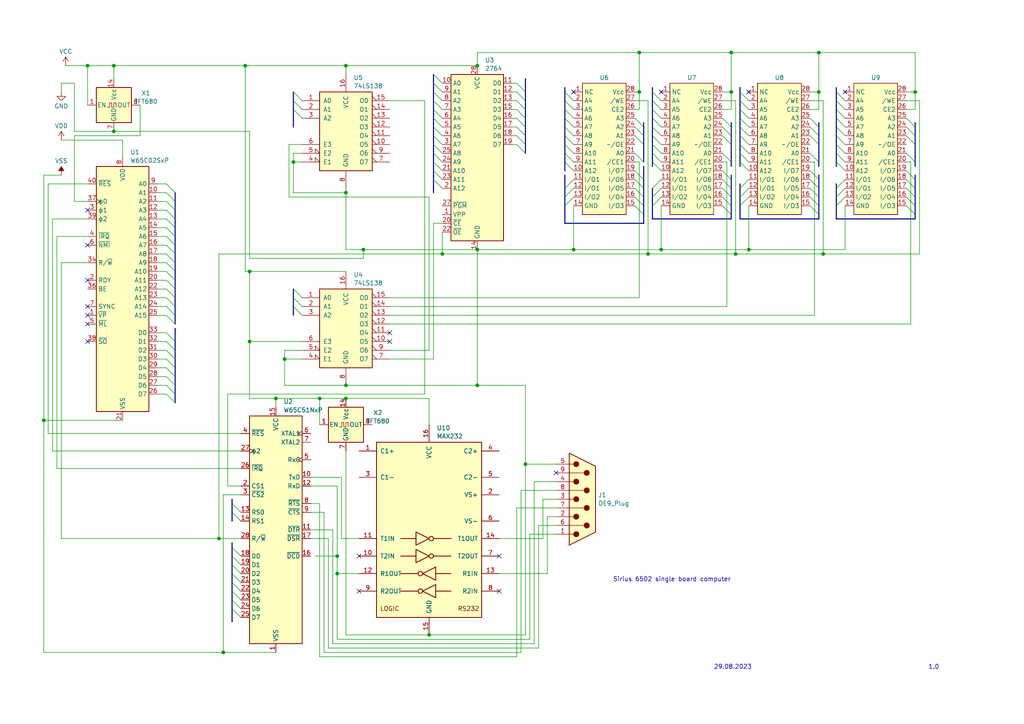
<source format=kicad_sch>
(kicad_sch (version 20230121) (generator eeschema)
  (paper "A4")
  (lib_symbols
    (symbol "74xx:74LS138" (pin_names (offset 1.016))
      (property "Reference" "U" (at -7.62 11.43 0))
      (property "Value" "74LS138" (at -7.62 -13.97 0))
      (symbol "74LS138_1_0"
        (pin input line (at -12.7 7.62 0) (length 5.08) (name "A0") (number "1"))
        (pin output output_low (at 12.7 -5.08 180) (length 5.08) (name "O5") (number "10"))
        (pin output output_low (at 12.7 -2.54 180) (length 5.08) (name "O4") (number "11"))
        (pin output output_low (at 12.7 0 180) (length 5.08) (name "O3") (number "12"))
        (pin output output_low (at 12.7 2.54 180) (length 5.08) (name "O2") (number "13"))
        (pin output output_low (at 12.7 5.08 180) (length 5.08) (name "O1") (number "14"))
        (pin output output_low (at 12.7 7.62 180) (length 5.08) (name "O0") (number "15"))
        (pin power_in line (at 0 15.24 270) (length 5.08) (name "VCC") (number "16"))
        (pin input line (at -12.7 5.08 0) (length 5.08) (name "A1") (number "2"))
        (pin input line (at -12.7 2.54 0) (length 5.08) (name "A2") (number "3"))
        (pin input input_low (at -12.7 -10.16 0) (length 5.08) (name "E1") (number "4"))
        (pin input input_low (at -12.7 -7.62 0) (length 5.08) (name "E2") (number "5"))
        (pin input line (at -12.7 -5.08 0) (length 5.08) (name "E3") (number "6"))
        (pin output output_low (at 12.7 -10.16 180) (length 5.08) (name "O7") (number "7"))
        (pin power_in line (at 0 -17.78 90) (length 5.08) (name "GND") (number "8"))
        (pin output output_low (at 12.7 -7.62 180) (length 5.08) (name "O6") (number "9"))
      )
    )
    (symbol "Connector:DE9_Plug" (pin_names (offset 1.016) hide)
      (property "Reference" "J1" (at 4.572 1.2121 0))
      (property "Value" "DE9_Plug" (at 4.572 -1.2121 0))
      (symbol "DE9_Plug_1_1"
        (pin passive line (at -7.62 -10.16 0) (length 3.81) (name "1") (number "1"))
        (pin passive line (at -7.62 -5.08 0) (length 3.81) (name "2") (number "2"))
        (pin passive line (at -7.62 0 0) (length 3.81) (name "3") (number "3"))
        (pin passive line (at -7.62 5.08 0) (length 3.81) (name "4") (number "4"))
        (pin passive line (at -7.62 10.16 0) (length 3.81) (name "5") (number "5"))
        (pin passive line (at -7.62 -7.62 0) (length 3.81) (name "6") (number "6"))
        (pin passive line (at -7.62 -2.54 0) (length 3.81) (name "7") (number "7"))
        (pin passive line (at -7.62 2.54 0) (length 3.81) (name "8") (number "8"))
        (pin passive line (at -7.62 7.62 0) (length 3.81) (name "9") (number "9"))
      )
    )
    (symbol "Interface_UART:MAX232" (pin_names (offset 1.016))
      (property "Reference" "U10" (at 2.1941 29.5443 0))
      (property "Value" "MAX232" (at 2.1941 27.1201 0))
      (symbol "MAX232_0_0"
        (text "LOGIC" (at -11.43 -22.86 0) (effects (font (size 1.27 1.27))))
        (text "RS232" (at 11.43 -22.86 0) (effects (font (size 1.27 1.27))))
      )
      (symbol "MAX232_1_1"
        (pin passive line (at -20.32 22.86 0) (length 5.08) (name "C1+") (number "1"))
        (pin input line (at -20.32 -7.62 0) (length 5.08) (name "T2IN") (number "10"))
        (pin input line (at -20.32 -2.54 0) (length 5.08) (name "T1IN") (number "11"))
        (pin output line (at -20.32 -12.7 0) (length 5.08) (name "R1OUT") (number "12"))
        (pin input line (at 20.32 -12.7 180) (length 5.08) (name "R1IN") (number "13"))
        (pin output line (at 20.32 -2.54 180) (length 5.08) (name "T1OUT") (number "14"))
        (pin power_in line (at 0 -30.48 90) (length 5.08) (name "GND") (number "15"))
        (pin power_in line (at 0 30.48 270) (length 5.08) (name "VCC") (number "16"))
        (pin power_out line (at 20.32 10.16 180) (length 5.08) (name "VS+") (number "2"))
        (pin passive line (at -20.32 15.24 0) (length 5.08) (name "C1-") (number "3"))
        (pin passive line (at 20.32 22.86 180) (length 5.08) (name "C2+") (number "4"))
        (pin passive line (at 20.32 15.24 180) (length 5.08) (name "C2-") (number "5"))
        (pin power_out line (at 20.32 2.54 180) (length 5.08) (name "VS-") (number "6"))
        (pin output line (at 20.32 -7.62 180) (length 5.08) (name "T2OUT") (number "7"))
        (pin input line (at 20.32 -17.78 180) (length 5.08) (name "R2IN") (number "8"))
        (pin output line (at -20.32 -17.78 0) (length 5.08) (name "R2OUT") (number "9"))
      )
    )
    (symbol "Memory_EPROM:2764"
      (property "Reference" "U" (at -7.62 24.13 0))
      (property "Value" "2764" (at 2.54 -26.67 0))
      (symbol "2764_1_1"
        (pin input line (at -10.16 -17.78 0) (length 2.54) (name "VPP") (number "1"))
        (pin input line (at -10.16 20.32 0) (length 2.54) (name "A0") (number "10"))
        (pin tri_state line (at 10.16 20.32 180) (length 2.54) (name "D0") (number "11"))
        (pin tri_state line (at 10.16 17.78 180) (length 2.54) (name "D1") (number "12"))
        (pin tri_state line (at 10.16 15.24 180) (length 2.54) (name "D2") (number "13"))
        (pin power_in line (at 0 -27.94 90) (length 2.54) (name "GND") (number "14"))
        (pin tri_state line (at 10.16 12.7 180) (length 2.54) (name "D3") (number "15"))
        (pin tri_state line (at 10.16 10.16 180) (length 2.54) (name "D4") (number "16"))
        (pin tri_state line (at 10.16 7.62 180) (length 2.54) (name "D5") (number "17"))
        (pin tri_state line (at 10.16 5.08 180) (length 2.54) (name "D6") (number "18"))
        (pin tri_state line (at 10.16 2.54 180) (length 2.54) (name "D7") (number "19"))
        (pin input line (at -10.16 -10.16 0) (length 2.54) (name "A12") (number "2"))
        (pin input line (at -10.16 -20.32 0) (length 2.54) (name "~{CE}") (number "20"))
        (pin input line (at -10.16 -5.08 0) (length 2.54) (name "A10") (number "21"))
        (pin input line (at -10.16 -22.86 0) (length 2.54) (name "~{OE}") (number "22"))
        (pin input line (at -10.16 -7.62 0) (length 2.54) (name "A11") (number "23"))
        (pin input line (at -10.16 -2.54 0) (length 2.54) (name "A9") (number "24"))
        (pin input line (at -10.16 0 0) (length 2.54) (name "A8") (number "25"))
        (pin no_connect line (at 7.62 0 180) (length 2.54) hide (name "NC") (number "26"))
        (pin input line (at -10.16 -15.24 0) (length 2.54) (name "~{PGM}") (number "27"))
        (pin power_in line (at 0 25.4 270) (length 2.54) (name "VCC") (number "28"))
        (pin input line (at -10.16 2.54 0) (length 2.54) (name "A7") (number "3"))
        (pin input line (at -10.16 5.08 0) (length 2.54) (name "A6") (number "4"))
        (pin input line (at -10.16 7.62 0) (length 2.54) (name "A5") (number "5"))
        (pin input line (at -10.16 10.16 0) (length 2.54) (name "A4") (number "6"))
        (pin input line (at -10.16 12.7 0) (length 2.54) (name "A3") (number "7"))
        (pin input line (at -10.16 15.24 0) (length 2.54) (name "A2") (number "8"))
        (pin input line (at -10.16 17.78 0) (length 2.54) (name "A1") (number "9"))
      )
    )
    (symbol "Oscillator:TFT680" (pin_names (offset 0.254))
      (property "Reference" "X" (at -5.08 6.35 0))
      (property "Value" "TFT680" (at 1.27 -6.35 0))
      (symbol "TFT680_1_1"
        (pin input line (at -7.62 0 0) (length 2.54) (name "EN") (number "1"))
        (pin power_in line (at 0 7.62 270) (length 2.54) (name "Vcc") (number "14"))
        (pin power_in line (at 0 -7.62 90) (length 2.54) (name "GND") (number "7"))
        (pin output line (at 7.62 0 180) (length 2.54) (name "OUT") (number "8"))
      )
    )
    (symbol "PCM_65xx-library:W65C02SxP"
      (property "Reference" "U" (at 2.54 40.64 0))
      (property "Value" "W65C02SxP" (at 2.54 38.1 0))
      (symbol "W65C02SxP_1_1"
        (pin output line (at -10.16 -7.62 0) (length 2.54) (name "~{VP}") (number "1"))
        (pin tri_state line (at 10.16 27.94 180) (length 2.54) (name "A1") (number "10"))
        (pin tri_state line (at 10.16 25.4 180) (length 2.54) (name "A2") (number "11"))
        (pin tri_state line (at 10.16 22.86 180) (length 2.54) (name "A3") (number "12"))
        (pin tri_state line (at 10.16 20.32 180) (length 2.54) (name "A4") (number "13"))
        (pin tri_state line (at 10.16 17.78 180) (length 2.54) (name "A5") (number "14"))
        (pin tri_state line (at 10.16 15.24 180) (length 2.54) (name "A6") (number "15"))
        (pin tri_state line (at 10.16 12.7 180) (length 2.54) (name "A7") (number "16"))
        (pin tri_state line (at 10.16 10.16 180) (length 2.54) (name "A8") (number "17"))
        (pin tri_state line (at 10.16 7.62 180) (length 2.54) (name "A9") (number "18"))
        (pin tri_state line (at 10.16 5.08 180) (length 2.54) (name "A10") (number "19"))
        (pin open_collector line (at -10.16 2.54 0) (length 2.54) (name "RDY") (number "2"))
        (pin tri_state line (at 10.16 2.54 180) (length 2.54) (name "A11") (number "20"))
        (pin power_in line (at 0 -38.1 90) (length 2.54) (name "VSS") (number "21"))
        (pin tri_state line (at 10.16 0 180) (length 2.54) (name "A12") (number "22"))
        (pin tri_state line (at 10.16 -2.54 180) (length 2.54) (name "A13") (number "23"))
        (pin tri_state line (at 10.16 -5.08 180) (length 2.54) (name "A14") (number "24"))
        (pin tri_state line (at 10.16 -7.62 180) (length 2.54) (name "A15") (number "25"))
        (pin bidirectional line (at 10.16 -30.48 180) (length 2.54) (name "D7") (number "26"))
        (pin bidirectional line (at 10.16 -27.94 180) (length 2.54) (name "D6") (number "27"))
        (pin bidirectional line (at 10.16 -25.4 180) (length 2.54) (name "D5") (number "28"))
        (pin bidirectional line (at 10.16 -22.86 180) (length 2.54) (name "D4") (number "29"))
        (pin output line (at -10.16 22.86 0) (length 2.54) (name "ϕ1") (number "3"))
        (pin bidirectional line (at 10.16 -20.32 180) (length 2.54) (name "D3") (number "30"))
        (pin bidirectional line (at 10.16 -17.78 180) (length 2.54) (name "D2") (number "31"))
        (pin bidirectional line (at 10.16 -15.24 180) (length 2.54) (name "D1") (number "32"))
        (pin bidirectional line (at 10.16 -12.7 180) (length 2.54) (name "D0") (number "33"))
        (pin tri_state line (at -10.16 7.62 0) (length 2.54) (name "R/~{W}") (number "34"))
        (pin no_connect non_logic (at -7.62 -30.48 0) (length 2.54) hide (name "nc") (number "35"))
        (pin input line (at -10.16 0 0) (length 2.54) (name "BE") (number "36"))
        (pin input clock (at -10.16 25.4 0) (length 2.54) (name "ϕ0") (number "37"))
        (pin input line (at -10.16 -15.24 0) (length 2.54) (name "~{SO}") (number "38"))
        (pin output line (at -10.16 20.32 0) (length 2.54) (name "ϕ2") (number "39"))
        (pin input line (at -10.16 15.24 0) (length 2.54) (name "~{IRQ}") (number "4"))
        (pin input line (at -10.16 30.48 0) (length 2.54) (name "~{RES}") (number "40"))
        (pin output line (at -10.16 -10.16 0) (length 2.54) (name "~{ML}") (number "5"))
        (pin input line (at -10.16 12.7 0) (length 2.54) (name "~{NMI}") (number "6"))
        (pin output line (at -10.16 -5.08 0) (length 2.54) (name "SYNC") (number "7"))
        (pin power_in line (at 0 38.1 270) (length 2.54) (name "VDD") (number "8"))
        (pin tri_state line (at 10.16 30.48 180) (length 2.54) (name "A0") (number "9"))
      )
    )
    (symbol "PCM_65xx-library:W65C51NxP"
      (property "Reference" "U" (at 2.54 38.1 0))
      (property "Value" "W65C51NxP" (at 2.54 35.56 0))
      (symbol "W65C51NxP_1_1"
        (pin power_in line (at 0 -35.56 90) (length 2.54) (name "VSS") (number "1"))
        (pin output line (at 10.16 15.24 180) (length 2.54) (name "TxD") (number "10"))
        (pin output line (at 10.16 0 180) (length 2.54) (name "~{DTR}") (number "11"))
        (pin input line (at 10.16 12.7 180) (length 2.54) (name "RxD") (number "12"))
        (pin input line (at -10.16 5.08 0) (length 2.54) (name "RS0") (number "13"))
        (pin input line (at -10.16 2.54 0) (length 2.54) (name "RS1") (number "14"))
        (pin power_in line (at 0 35.56 270) (length 2.54) (name "VCC") (number "15"))
        (pin input line (at 10.16 -7.62 180) (length 2.54) (name "~{DCD}") (number "16"))
        (pin input line (at 10.16 -2.54 180) (length 2.54) (name "~{DSR}") (number "17"))
        (pin bidirectional line (at -10.16 -7.62 0) (length 2.54) (name "D0") (number "18"))
        (pin bidirectional line (at -10.16 -10.16 0) (length 2.54) (name "D1") (number "19"))
        (pin input line (at -10.16 12.7 0) (length 2.54) (name "CS1") (number "2"))
        (pin bidirectional line (at -10.16 -12.7 0) (length 2.54) (name "D2") (number "20"))
        (pin bidirectional line (at -10.16 -15.24 0) (length 2.54) (name "D3") (number "21"))
        (pin bidirectional line (at -10.16 -17.78 0) (length 2.54) (name "D4") (number "22"))
        (pin bidirectional line (at -10.16 -20.32 0) (length 2.54) (name "D5") (number "23"))
        (pin bidirectional line (at -10.16 -22.86 0) (length 2.54) (name "D6") (number "24"))
        (pin bidirectional line (at -10.16 -25.4 0) (length 2.54) (name "D7") (number "25"))
        (pin open_collector line (at -10.16 17.78 0) (length 2.54) (name "~{IRQ}") (number "26"))
        (pin input clock (at -10.16 22.86 0) (length 2.54) (name "ϕ2") (number "27"))
        (pin input line (at -10.16 -2.54 0) (length 2.54) (name "R/~{W}") (number "28"))
        (pin input line (at -10.16 10.16 0) (length 2.54) (name "~{CS2}") (number "3"))
        (pin input line (at -10.16 27.94 0) (length 2.54) (name "~{RES}") (number "4"))
        (pin bidirectional clock (at 10.16 20.32 180) (length 2.54) (name "RxC") (number "5"))
        (pin input clock (at 10.16 27.94 180) (length 2.54) (name "XTAL1") (number "6"))
        (pin output line (at 10.16 25.4 180) (length 2.54) (name "XTAL2") (number "7"))
        (pin output line (at 10.16 7.62 180) (length 2.54) (name "~{RTS}") (number "8"))
        (pin input line (at 10.16 5.08 180) (length 2.54) (name "~{CTS}") (number "9"))
      )
    )
    (symbol "custom_parts:CY6264"
      (property "Reference" "U" (at 2.54 7.62 0))
      (symbol "CY6264_1_1"
        (pin no_connect line (at -5.08 2.54 0) (length 2.54) (name "NC") (number "1"))
        (pin input line (at -5.08 -20.32 0) (length 2.54) (name "A12") (number "10"))
        (pin bidirectional line (at -5.08 -22.86 0) (length 2.54) (name "I/O1") (number "11"))
        (pin bidirectional line (at -5.08 -25.4 0) (length 2.54) (name "I/O1") (number "12"))
        (pin bidirectional line (at -5.08 -27.94 0) (length 2.54) (name "I/O2") (number "13"))
        (pin input line (at -5.08 -30.48 0) (length 2.54) (name "GND") (number "14"))
        (pin bidirectional line (at 12.7 -30.48 180) (length 2.54) (name "I/O3") (number "15"))
        (pin bidirectional line (at 12.7 -27.94 180) (length 2.54) (name "I/O4") (number "16"))
        (pin bidirectional line (at 12.7 -25.4 180) (length 2.54) (name "I/O5") (number "17"))
        (pin bidirectional line (at 12.7 -22.86 180) (length 2.54) (name "I/O6") (number "18"))
        (pin bidirectional line (at 12.7 -20.32 180) (length 2.54) (name "I/O7") (number "19"))
        (pin input line (at -5.08 0 0) (length 2.54) (name "A4") (number "2"))
        (pin input line (at 12.7 -17.78 180) (length 2.54) (name "/CE1") (number "20"))
        (pin input line (at 12.7 -15.24 180) (length 2.54) (name "A0") (number "21"))
        (pin input line (at 12.7 -12.7 180) (length 2.54) (name "/OE") (number "22"))
        (pin input line (at 12.7 -10.16 180) (length 2.54) (name "A1") (number "23"))
        (pin input line (at 12.7 -7.62 180) (length 2.54) (name "A2") (number "24"))
        (pin input line (at 12.7 -5.08 180) (length 2.54) (name "A3") (number "25"))
        (pin input line (at 12.7 -2.54 180) (length 2.54) (name "CE2") (number "26"))
        (pin input line (at 12.7 0 180) (length 2.54) (name "/WE") (number "27"))
        (pin power_in line (at 12.7 2.54 180) (length 2.54) (name "Vcc") (number "28"))
        (pin input line (at -5.08 -2.54 0) (length 2.54) (name "A5") (number "3"))
        (pin input line (at -5.08 -5.08 0) (length 2.54) (name "A6") (number "4"))
        (pin input line (at -5.08 -7.62 0) (length 2.54) (name "A7") (number "5"))
        (pin input line (at -5.08 -10.16 0) (length 2.54) (name "A8") (number "6"))
        (pin input line (at -5.08 -12.7 0) (length 2.54) (name "A9") (number "7"))
        (pin input line (at -5.08 -15.24 0) (length 2.54) (name "A10") (number "8"))
        (pin input line (at -5.08 -17.78 0) (length 2.54) (name "A11") (number "9"))
      )
    )
    (symbol "power:GND" (power) (pin_names (offset 0))
      (property "Value" "GND" (at 0 -3.81 0))
      (symbol "GND_1_1"
        (pin power_in line (at 0 0 270) (length 0) hide (name "GND") (number "1"))
      )
    )
    (symbol "power:VCC" (power) (pin_names (offset 0))
      (property "Value" "VCC" (at 0 3.81 0))
      (symbol "VCC_1_1"
        (pin power_in line (at 0 0 90) (length 0) hide (name "VCC") (number "1"))
      )
    )
    (symbol "power:VDD" (power) (pin_names (offset 0))
      (property "Value" "VDD" (at 0 3.81 0))
      (symbol "VDD_1_1"
        (pin power_in line (at 0 0 90) (length 0) hide (name "VDD") (number "1"))
      )
    )
    (symbol "power:VSS" (power) (pin_names (offset 0))
      (property "Value" "VSS" (at 0 3.81 0))
      (symbol "VSS_1_1"
        (pin power_in line (at 0 0 90) (length 0) hide (name "VSS") (number "1"))
      )
    )
  )
  (junction (at 33.02 19.05))
  (junction (at 187.96 73.66))
  (junction (at 124.46 184.15))
  (junction (at 100.33 19.05))
  (junction (at 185.42 15.24))
  (junction (at 217.17 72.39))
  (junction (at 138.43 19.05))
  (junction (at 237.49 26.67))
  (junction (at 80.01 115.57))
  (junction (at 213.36 73.66))
  (junction (at 12.7 121.92))
  (junction (at 138.43 111.76))
  (junction (at 97.79 161.29))
  (junction (at 33.02 38.1))
  (junction (at 92.71 115.57))
  (junction (at 185.42 26.67))
  (junction (at 63.5 156.21))
  (junction (at 265.43 26.67))
  (junction (at 128.27 73.66))
  (junction (at 100.33 55.88))
  (junction (at 85.09 46.99))
  (junction (at 100.33 115.57))
  (junction (at 72.39 78.74))
  (junction (at 25.4 19.05))
  (junction (at 72.39 99.06))
  (junction (at 97.79 166.37))
  (junction (at 212.09 26.67))
  (junction (at 100.33 111.76))
  (junction (at 64.77 189.23))
  (junction (at 166.37 72.39))
  (junction (at 238.76 73.66))
  (junction (at 152.4 134.62))
  (junction (at 71.12 19.05))
  (junction (at 212.09 15.24))
  (junction (at 237.49 15.24))
  (junction (at 138.43 72.39))
  (junction (at 191.77 72.39))
  (junction (at 105.41 72.39))
  (junction (at 82.55 104.14))
  (no_connect (at 104.14 171.45))
  (no_connect (at 245.11 26.67))
  (no_connect (at 104.14 161.29))
  (no_connect (at 144.78 161.29))
  (no_connect (at 25.4 91.44))
  (no_connect (at 144.78 171.45))
  (no_connect (at 25.4 93.98))
  (no_connect (at 217.17 26.67))
  (no_connect (at 25.4 60.96))
  (no_connect (at 113.03 99.06))
  (no_connect (at 161.29 137.16))
  (no_connect (at 166.37 26.67))
  (no_connect (at 25.4 88.9))
  (no_connect (at 25.4 99.06))
  (no_connect (at 25.4 81.28))
  (no_connect (at 191.77 26.67))
  (no_connect (at 113.03 96.52))
  (no_connect (at 25.4 71.12))
  (bus_entry (at 149.86 24.13) (size 2.54 2.54))
  (bus_entry (at 234.95 59.69) (size 2.54 2.54))
  (bus_entry (at 48.26 63.5) (size 2.54 2.54))
  (bus_entry (at 48.26 109.22) (size 2.54 2.54))
  (bus_entry (at 234.95 34.29) (size 2.54 2.54))
  (bus_entry (at 125.73 24.13) (size 2.54 2.54))
  (bus_entry (at 166.37 52.07) (size -2.54 2.54))
  (bus_entry (at 163.83 29.21) (size 2.54 2.54))
  (bus_entry (at 163.83 36.83) (size 2.54 2.54))
  (bus_entry (at 262.89 52.07) (size 2.54 2.54))
  (bus_entry (at 209.55 34.29) (size 2.54 2.54))
  (bus_entry (at 48.26 71.12) (size 2.54 2.54))
  (bus_entry (at 125.73 31.75) (size 2.54 2.54))
  (bus_entry (at 242.57 29.21) (size 2.54 2.54))
  (bus_entry (at 125.73 29.21) (size 2.54 2.54))
  (bus_entry (at 67.31 168.91) (size 2.54 2.54))
  (bus_entry (at 209.55 54.61) (size 2.54 2.54))
  (bus_entry (at 48.26 68.58) (size 2.54 2.54))
  (bus_entry (at 48.26 91.44) (size 2.54 2.54))
  (bus_entry (at 85.09 88.9) (size 2.54 2.54))
  (bus_entry (at 67.31 163.83) (size 2.54 2.54))
  (bus_entry (at 48.26 53.34) (size 2.54 2.54))
  (bus_entry (at 48.26 58.42) (size 2.54 2.54))
  (bus_entry (at 67.31 173.99) (size 2.54 2.54))
  (bus_entry (at 209.55 49.53) (size 2.54 2.54))
  (bus_entry (at 189.23 39.37) (size 2.54 2.54))
  (bus_entry (at 48.26 88.9) (size 2.54 2.54))
  (bus_entry (at 191.77 57.15) (size -2.54 2.54))
  (bus_entry (at 184.15 44.45) (size 2.54 2.54))
  (bus_entry (at 163.83 31.75) (size 2.54 2.54))
  (bus_entry (at 85.09 86.36) (size 2.54 2.54))
  (bus_entry (at 163.83 39.37) (size 2.54 2.54))
  (bus_entry (at 184.15 39.37) (size 2.54 2.54))
  (bus_entry (at 214.63 39.37) (size 2.54 2.54))
  (bus_entry (at 48.26 83.82) (size 2.54 2.54))
  (bus_entry (at 242.57 41.91) (size 2.54 2.54))
  (bus_entry (at 149.86 41.91) (size 2.54 2.54))
  (bus_entry (at 214.63 29.21) (size 2.54 2.54))
  (bus_entry (at 184.15 52.07) (size 2.54 2.54))
  (bus_entry (at 125.73 49.53) (size 2.54 2.54))
  (bus_entry (at 184.15 57.15) (size 2.54 2.54))
  (bus_entry (at 189.23 34.29) (size 2.54 2.54))
  (bus_entry (at 48.26 86.36) (size 2.54 2.54))
  (bus_entry (at 234.95 57.15) (size 2.54 2.54))
  (bus_entry (at 67.31 176.53) (size 2.54 2.54))
  (bus_entry (at 125.73 41.91) (size 2.54 2.54))
  (bus_entry (at 166.37 57.15) (size -2.54 2.54))
  (bus_entry (at 191.77 52.07) (size -2.54 2.54))
  (bus_entry (at 214.63 36.83) (size 2.54 2.54))
  (bus_entry (at 149.86 34.29) (size 2.54 2.54))
  (bus_entry (at 85.09 29.21) (size 2.54 2.54))
  (bus_entry (at 209.55 57.15) (size 2.54 2.54))
  (bus_entry (at 166.37 54.61) (size -2.54 2.54))
  (bus_entry (at 262.89 49.53) (size 2.54 2.54))
  (bus_entry (at 209.55 52.07) (size 2.54 2.54))
  (bus_entry (at 67.31 146.05) (size 2.54 2.54))
  (bus_entry (at 189.23 36.83) (size 2.54 2.54))
  (bus_entry (at 67.31 171.45) (size 2.54 2.54))
  (bus_entry (at 242.57 44.45) (size 2.54 2.54))
  (bus_entry (at 242.57 36.83) (size 2.54 2.54))
  (bus_entry (at 184.15 59.69) (size 2.54 2.54))
  (bus_entry (at 242.57 31.75) (size 2.54 2.54))
  (bus_entry (at 163.83 44.45) (size 2.54 2.54))
  (bus_entry (at 149.86 29.21) (size 2.54 2.54))
  (bus_entry (at 209.55 44.45) (size 2.54 2.54))
  (bus_entry (at 149.86 36.83) (size 2.54 2.54))
  (bus_entry (at 163.83 46.99) (size 2.54 2.54))
  (bus_entry (at 242.57 46.99) (size 2.54 2.54))
  (bus_entry (at 67.31 166.37) (size 2.54 2.54))
  (bus_entry (at 48.26 81.28) (size 2.54 2.54))
  (bus_entry (at 149.86 39.37) (size 2.54 2.54))
  (bus_entry (at 189.23 44.45) (size 2.54 2.54))
  (bus_entry (at 262.89 36.83) (size 2.54 2.54))
  (bus_entry (at 189.23 46.99) (size 2.54 2.54))
  (bus_entry (at 125.73 26.67) (size 2.54 2.54))
  (bus_entry (at 217.17 54.61) (size -2.54 2.54))
  (bus_entry (at 48.26 96.52) (size 2.54 2.54))
  (bus_entry (at 242.57 26.67) (size 2.54 2.54))
  (bus_entry (at 48.26 60.96) (size 2.54 2.54))
  (bus_entry (at 48.26 111.76) (size 2.54 2.54))
  (bus_entry (at 262.89 59.69) (size 2.54 2.54))
  (bus_entry (at 184.15 54.61) (size 2.54 2.54))
  (bus_entry (at 242.57 34.29) (size 2.54 2.54))
  (bus_entry (at 189.23 26.67) (size 2.54 2.54))
  (bus_entry (at 245.11 52.07) (size -2.54 2.54))
  (bus_entry (at 163.83 41.91) (size 2.54 2.54))
  (bus_entry (at 234.95 49.53) (size 2.54 2.54))
  (bus_entry (at 48.26 55.88) (size 2.54 2.54))
  (bus_entry (at 85.09 26.67) (size 2.54 2.54))
  (bus_entry (at 209.55 39.37) (size 2.54 2.54))
  (bus_entry (at 262.89 44.45) (size 2.54 2.54))
  (bus_entry (at 163.83 34.29) (size 2.54 2.54))
  (bus_entry (at 48.26 76.2) (size 2.54 2.54))
  (bus_entry (at 262.89 54.61) (size 2.54 2.54))
  (bus_entry (at 149.86 31.75) (size 2.54 2.54))
  (bus_entry (at 214.63 26.67) (size 2.54 2.54))
  (bus_entry (at 48.26 78.74) (size 2.54 2.54))
  (bus_entry (at 67.31 158.75) (size 2.54 2.54))
  (bus_entry (at 262.89 34.29) (size 2.54 2.54))
  (bus_entry (at 48.26 114.3) (size 2.54 2.54))
  (bus_entry (at 209.55 36.83) (size 2.54 2.54))
  (bus_entry (at 214.63 46.99) (size 2.54 2.54))
  (bus_entry (at 48.26 104.14) (size 2.54 2.54))
  (bus_entry (at 85.09 83.82) (size 2.54 2.54))
  (bus_entry (at 189.23 29.21) (size 2.54 2.54))
  (bus_entry (at 217.17 52.07) (size -2.54 2.54))
  (bus_entry (at 163.83 26.67) (size 2.54 2.54))
  (bus_entry (at 245.11 57.15) (size -2.54 2.54))
  (bus_entry (at 234.95 44.45) (size 2.54 2.54))
  (bus_entry (at 125.73 34.29) (size 2.54 2.54))
  (bus_entry (at 125.73 44.45) (size 2.54 2.54))
  (bus_entry (at 214.63 44.45) (size 2.54 2.54))
  (bus_entry (at 184.15 36.83) (size 2.54 2.54))
  (bus_entry (at 242.57 39.37) (size 2.54 2.54))
  (bus_entry (at 125.73 36.83) (size 2.54 2.54))
  (bus_entry (at 149.86 26.67) (size 2.54 2.54))
  (bus_entry (at 67.31 148.59) (size 2.54 2.54))
  (bus_entry (at 234.95 39.37) (size 2.54 2.54))
  (bus_entry (at 189.23 41.91) (size 2.54 2.54))
  (bus_entry (at 125.73 39.37) (size 2.54 2.54))
  (bus_entry (at 85.09 31.75) (size 2.54 2.54))
  (bus_entry (at 125.73 46.99) (size 2.54 2.54))
  (bus_entry (at 48.26 106.68) (size 2.54 2.54))
  (bus_entry (at 67.31 161.29) (size 2.54 2.54))
  (bus_entry (at 48.26 66.04) (size 2.54 2.54))
  (bus_entry (at 191.77 54.61) (size -2.54 2.54))
  (bus_entry (at 189.23 31.75) (size 2.54 2.54))
  (bus_entry (at 184.15 49.53) (size 2.54 2.54))
  (bus_entry (at 245.11 54.61) (size -2.54 2.54))
  (bus_entry (at 234.95 52.07) (size 2.54 2.54))
  (bus_entry (at 234.95 36.83) (size 2.54 2.54))
  (bus_entry (at 214.63 41.91) (size 2.54 2.54))
  (bus_entry (at 48.26 101.6) (size 2.54 2.54))
  (bus_entry (at 125.73 21.59) (size 2.54 2.54))
  (bus_entry (at 214.63 34.29) (size 2.54 2.54))
  (bus_entry (at 262.89 57.15) (size 2.54 2.54))
  (bus_entry (at 125.73 52.07) (size 2.54 2.54))
  (bus_entry (at 48.26 73.66) (size 2.54 2.54))
  (bus_entry (at 234.95 54.61) (size 2.54 2.54))
  (bus_entry (at 48.26 99.06) (size 2.54 2.54))
  (bus_entry (at 209.55 59.69) (size 2.54 2.54))
  (bus_entry (at 217.17 57.15) (size -2.54 2.54))
  (bus_entry (at 214.63 31.75) (size 2.54 2.54))
  (bus_entry (at 262.89 39.37) (size 2.54 2.54))
  (bus_entry (at 184.15 34.29) (size 2.54 2.54))
  (wire (pts (xy 234.95 31.75) (xy 237.49 31.75)))
  (wire (pts (xy 45.72 101.6) (xy 48.26 101.6)))
  (wire (pts (xy 97.79 185.42) (xy 153.67 185.42)))
  (bus (pts (xy 85.09 86.36) (xy 85.09 88.9)))
  (bus (pts (xy 186.69 41.91) (xy 186.69 46.99)))
  (bus (pts (xy 265.43 50.8) (xy 265.43 52.07)))
  (wire (pts (xy 17.78 76.2) (xy 25.4 76.2)))
  (bus (pts (xy 152.4 41.91) (xy 152.4 44.45)))
  (bus (pts (xy 152.4 31.75) (xy 152.4 34.29)))
  (bus (pts (xy 50.8 99.06) (xy 50.8 101.6)))
  (bus (pts (xy 265.43 36.83) (xy 265.43 39.37)))
  (wire (pts (xy 100.33 184.15) (xy 100.33 130.81)))
  (bus (pts (xy 125.73 29.21) (xy 125.73 31.75)))
  (wire (pts (xy 148.59 39.37) (xy 149.86 39.37)))
  (bus (pts (xy 237.49 36.83) (xy 237.49 39.37)))
  (bus (pts (xy 214.63 59.69) (xy 214.63 63.5)))
  (bus (pts (xy 50.8 114.3) (xy 50.8 116.84)))
  (wire (pts (xy 217.17 72.39) (xy 191.77 72.39)))
  (wire (pts (xy 13.97 125.73) (xy 13.97 53.34)))
  (bus (pts (xy 212.09 41.91) (xy 212.09 46.99)))
  (bus (pts (xy 67.31 144.78) (xy 67.31 146.05)))
  (wire (pts (xy 128.27 73.66) (xy 128.27 67.31)))
  (wire (pts (xy 236.22 91.44) (xy 236.22 46.99)))
  (wire (pts (xy 85.09 46.99) (xy 85.09 44.45)))
  (wire (pts (xy 151.13 142.24) (xy 161.29 142.24)))
  (bus (pts (xy 189.23 57.15) (xy 189.23 59.69)))
  (wire (pts (xy 100.33 19.05) (xy 138.43 19.05)))
  (bus (pts (xy 67.31 168.91) (xy 67.31 171.45)))
  (bus (pts (xy 125.73 49.53) (xy 125.73 52.07)))
  (wire (pts (xy 69.85 143.51) (xy 64.77 143.51)))
  (wire (pts (xy 262.89 31.75) (xy 265.43 31.75)))
  (bus (pts (xy 212.09 63.5) (xy 189.23 63.5)))
  (bus (pts (xy 237.49 41.91) (xy 237.49 46.99)))
  (bus (pts (xy 50.8 95.25) (xy 50.8 99.06)))
  (wire (pts (xy 113.03 29.21) (xy 123.19 29.21)))
  (wire (pts (xy 72.39 74.93) (xy 105.41 74.93)))
  (wire (pts (xy 33.02 19.05) (xy 25.4 19.05)))
  (wire (pts (xy 85.09 46.99) (xy 87.63 46.99)))
  (wire (pts (xy 113.03 86.36) (xy 185.42 86.36)))
  (wire (pts (xy 16.51 135.89) (xy 16.51 68.58)))
  (bus (pts (xy 163.83 57.15) (xy 163.83 59.69)))
  (bus (pts (xy 186.69 39.37) (xy 186.69 41.91)))
  (wire (pts (xy 161.29 147.32) (xy 149.86 147.32)))
  (wire (pts (xy 148.59 36.83) (xy 149.86 36.83)))
  (wire (pts (xy 25.4 19.05) (xy 19.05 19.05)))
  (bus (pts (xy 50.8 104.14) (xy 50.8 106.68)))
  (bus (pts (xy 125.73 31.75) (xy 125.73 34.29)))
  (bus (pts (xy 125.73 41.91) (xy 125.73 44.45)))
  (bus (pts (xy 152.4 22.86) (xy 152.4 26.67)))
  (wire (pts (xy 45.72 76.2) (xy 48.26 76.2)))
  (wire (pts (xy 212.09 15.24) (xy 185.42 15.24)))
  (wire (pts (xy 124.46 57.15) (xy 83.82 57.15)))
  (wire (pts (xy 209.55 31.75) (xy 212.09 31.75)))
  (wire (pts (xy 71.12 19.05) (xy 100.33 19.05)))
  (bus (pts (xy 67.31 161.29) (xy 67.31 163.83)))
  (bus (pts (xy 265.43 59.69) (xy 265.43 62.23)))
  (wire (pts (xy 97.79 161.29) (xy 97.79 166.37)))
  (wire (pts (xy 123.19 29.21) (xy 123.19 114.3)))
  (wire (pts (xy 264.16 46.99) (xy 262.89 46.99)))
  (bus (pts (xy 163.83 39.37) (xy 163.83 41.91)))
  (bus (pts (xy 186.69 54.61) (xy 186.69 57.15)))
  (bus (pts (xy 214.63 29.21) (xy 214.63 31.75)))
  (wire (pts (xy 212.09 26.67) (xy 212.09 15.24)))
  (wire (pts (xy 238.76 73.66) (xy 266.7 73.66)))
  (wire (pts (xy 97.79 140.97) (xy 90.17 140.97)))
  (wire (pts (xy 72.39 99.06) (xy 87.63 99.06)))
  (bus (pts (xy 85.09 29.21) (xy 85.09 31.75)))
  (wire (pts (xy 124.46 123.19) (xy 124.46 115.57)))
  (wire (pts (xy 45.72 63.5) (xy 48.26 63.5)))
  (bus (pts (xy 189.23 41.91) (xy 189.23 44.45)))
  (wire (pts (xy 45.72 114.3) (xy 48.26 114.3)))
  (wire (pts (xy 80.01 115.57) (xy 92.71 115.57)))
  (wire (pts (xy 245.11 72.39) (xy 217.17 72.39)))
  (bus (pts (xy 50.8 76.2) (xy 50.8 78.74)))
  (wire (pts (xy 265.43 26.67) (xy 265.43 15.24)))
  (wire (pts (xy 64.77 189.23) (xy 12.7 189.23)))
  (bus (pts (xy 189.23 54.61) (xy 189.23 57.15)))
  (wire (pts (xy 158.75 149.86) (xy 161.29 149.86)))
  (wire (pts (xy 95.25 156.21) (xy 95.25 187.96)))
  (wire (pts (xy 148.59 24.13) (xy 149.86 24.13)))
  (wire (pts (xy 72.39 78.74) (xy 72.39 99.06)))
  (bus (pts (xy 214.63 31.75) (xy 214.63 34.29)))
  (bus (pts (xy 50.8 111.76) (xy 50.8 114.3)))
  (wire (pts (xy 72.39 99.06) (xy 72.39 115.57)))
  (bus (pts (xy 242.57 53.34) (xy 242.57 54.61)))
  (bus (pts (xy 50.8 71.12) (xy 50.8 73.66)))
  (wire (pts (xy 265.43 31.75) (xy 265.43 26.67)))
  (wire (pts (xy 166.37 72.39) (xy 138.43 72.39)))
  (bus (pts (xy 163.83 29.21) (xy 163.83 31.75)))
  (wire (pts (xy 124.46 184.15) (xy 100.33 184.15)))
  (wire (pts (xy 264.16 93.98) (xy 264.16 46.99)))
  (wire (pts (xy 45.72 66.04) (xy 48.26 66.04)))
  (bus (pts (xy 50.8 109.22) (xy 50.8 111.76)))
  (wire (pts (xy 124.46 184.15) (xy 152.4 184.15)))
  (bus (pts (xy 242.57 29.21) (xy 242.57 31.75)))
  (bus (pts (xy 189.23 59.69) (xy 189.23 63.5)))
  (wire (pts (xy 33.02 38.1) (xy 72.39 38.1)))
  (wire (pts (xy 13.97 53.34) (xy 25.4 53.34)))
  (wire (pts (xy 45.72 104.14) (xy 48.26 104.14)))
  (bus (pts (xy 189.23 36.83) (xy 189.23 39.37)))
  (wire (pts (xy 166.37 59.69) (xy 166.37 72.39)))
  (wire (pts (xy 99.06 138.43) (xy 90.17 138.43)))
  (wire (pts (xy 82.55 104.14) (xy 82.55 101.6)))
  (wire (pts (xy 212.09 31.75) (xy 212.09 26.67)))
  (wire (pts (xy 17.78 24.13) (xy 17.78 26.67)))
  (wire (pts (xy 90.17 148.59) (xy 93.98 148.59)))
  (wire (pts (xy 35.56 40.64) (xy 17.78 40.64)))
  (bus (pts (xy 242.57 41.91) (xy 242.57 44.45)))
  (wire (pts (xy 100.33 111.76) (xy 138.43 111.76)))
  (wire (pts (xy 71.12 78.74) (xy 71.12 19.05)))
  (wire (pts (xy 152.4 184.15) (xy 152.4 134.62)))
  (bus (pts (xy 237.49 50.8) (xy 237.49 52.07)))
  (bus (pts (xy 237.49 59.69) (xy 237.49 62.23)))
  (wire (pts (xy 82.55 101.6) (xy 87.63 101.6)))
  (wire (pts (xy 156.21 152.4) (xy 161.29 152.4)))
  (bus (pts (xy 163.83 31.75) (xy 163.83 34.29)))
  (wire (pts (xy 149.86 147.32) (xy 149.86 190.5)))
  (wire (pts (xy 33.02 22.86) (xy 33.02 19.05)))
  (wire (pts (xy 66.04 114.3) (xy 66.04 140.97)))
  (bus (pts (xy 152.4 34.29) (xy 152.4 36.83)))
  (wire (pts (xy 45.72 91.44) (xy 48.26 91.44)))
  (bus (pts (xy 214.63 26.67) (xy 214.63 29.21)))
  (bus (pts (xy 242.57 39.37) (xy 242.57 41.91)))
  (bus (pts (xy 237.49 39.37) (xy 237.49 41.91)))
  (wire (pts (xy 93.98 189.23) (xy 151.13 189.23)))
  (bus (pts (xy 50.8 106.68) (xy 50.8 109.22)))
  (bus (pts (xy 50.8 78.74) (xy 50.8 81.28)))
  (wire (pts (xy 154.94 139.7) (xy 161.29 139.7)))
  (bus (pts (xy 50.8 81.28) (xy 50.8 83.82)))
  (wire (pts (xy 148.59 26.67) (xy 149.86 26.67)))
  (wire (pts (xy 191.77 59.69) (xy 191.77 72.39)))
  (bus (pts (xy 85.09 26.67) (xy 85.09 29.21)))
  (wire (pts (xy 266.7 73.66) (xy 266.7 29.21)))
  (bus (pts (xy 189.23 46.99) (xy 189.23 48.26)))
  (wire (pts (xy 148.59 41.91) (xy 149.86 41.91)))
  (wire (pts (xy 21.59 58.42) (xy 25.4 58.42)))
  (wire (pts (xy 234.95 26.67) (xy 237.49 26.67)))
  (wire (pts (xy 156.21 187.96) (xy 156.21 152.4)))
  (bus (pts (xy 67.31 171.45) (xy 67.31 173.99)))
  (wire (pts (xy 144.78 166.37) (xy 158.75 166.37)))
  (wire (pts (xy 99.06 156.21) (xy 99.06 138.43)))
  (wire (pts (xy 262.89 26.67) (xy 265.43 26.67)))
  (bus (pts (xy 67.31 176.53) (xy 67.31 180.34)))
  (bus (pts (xy 125.73 52.07) (xy 125.73 55.88)))
  (wire (pts (xy 45.72 106.68) (xy 48.26 106.68)))
  (bus (pts (xy 163.83 44.45) (xy 163.83 46.99)))
  (wire (pts (xy 35.56 45.72) (xy 35.56 40.64)))
  (bus (pts (xy 50.8 58.42) (xy 50.8 60.96)))
  (bus (pts (xy 125.73 21.59) (xy 125.73 24.13)))
  (wire (pts (xy 236.22 46.99) (xy 234.95 46.99)))
  (bus (pts (xy 125.73 26.67) (xy 125.73 29.21)))
  (bus (pts (xy 67.31 158.75) (xy 67.31 161.29)))
  (wire (pts (xy 149.86 190.5) (xy 92.71 190.5)))
  (wire (pts (xy 100.33 19.05) (xy 100.33 21.59)))
  (wire (pts (xy 185.42 86.36) (xy 185.42 46.99)))
  (wire (pts (xy 128.27 73.66) (xy 187.96 73.66)))
  (wire (pts (xy 72.39 115.57) (xy 80.01 115.57)))
  (bus (pts (xy 125.73 24.13) (xy 125.73 26.67)))
  (wire (pts (xy 245.11 59.69) (xy 245.11 72.39)))
  (wire (pts (xy 217.17 59.69) (xy 217.17 72.39)))
  (wire (pts (xy 213.36 73.66) (xy 238.76 73.66)))
  (wire (pts (xy 157.48 144.78) (xy 161.29 144.78)))
  (bus (pts (xy 50.8 73.66) (xy 50.8 76.2)))
  (wire (pts (xy 45.72 99.06) (xy 48.26 99.06)))
  (wire (pts (xy 80.01 189.23) (xy 64.77 189.23)))
  (wire (pts (xy 158.75 166.37) (xy 158.75 149.86)))
  (bus (pts (xy 212.09 52.07) (xy 212.09 54.61)))
  (bus (pts (xy 237.49 62.23) (xy 237.49 63.5)))
  (bus (pts (xy 214.63 39.37) (xy 214.63 41.91)))
  (bus (pts (xy 237.49 46.99) (xy 237.49 48.26)))
  (bus (pts (xy 186.69 64.77) (xy 163.83 64.77)))
  (bus (pts (xy 152.4 29.21) (xy 152.4 31.75)))
  (wire (pts (xy 124.46 115.57) (xy 100.33 115.57)))
  (wire (pts (xy 238.76 29.21) (xy 234.95 29.21)))
  (wire (pts (xy 97.79 140.97) (xy 97.79 161.29)))
  (bus (pts (xy 186.69 48.26) (xy 186.69 52.07)))
  (wire (pts (xy 92.71 115.57) (xy 92.71 123.19)))
  (wire (pts (xy 138.43 72.39) (xy 105.41 72.39)))
  (wire (pts (xy 45.72 81.28) (xy 48.26 81.28)))
  (wire (pts (xy 138.43 111.76) (xy 138.43 72.39)))
  (bus (pts (xy 125.73 39.37) (xy 125.73 41.91)))
  (wire (pts (xy 45.72 73.66) (xy 48.26 73.66)))
  (bus (pts (xy 152.4 36.83) (xy 152.4 39.37)))
  (bus (pts (xy 67.31 173.99) (xy 67.31 176.53)))
  (bus (pts (xy 125.73 34.29) (xy 125.73 36.83)))
  (wire (pts (xy 45.72 86.36) (xy 48.26 86.36)))
  (bus (pts (xy 67.31 148.59) (xy 67.31 151.13)))
  (wire (pts (xy 124.46 101.6) (xy 124.46 57.15)))
  (wire (pts (xy 105.41 72.39) (xy 100.33 72.39)))
  (wire (pts (xy 152.4 111.76) (xy 138.43 111.76)))
  (wire (pts (xy 100.33 111.76) (xy 82.55 111.76)))
  (bus (pts (xy 163.83 36.83) (xy 163.83 39.37)))
  (bus (pts (xy 67.31 146.05) (xy 67.31 148.59)))
  (wire (pts (xy 266.7 29.21) (xy 262.89 29.21)))
  (wire (pts (xy 100.33 55.88) (xy 85.09 55.88)))
  (bus (pts (xy 214.63 36.83) (xy 214.63 39.37)))
  (wire (pts (xy 80.01 115.57) (xy 80.01 118.11)))
  (bus (pts (xy 163.83 50.8) (xy 163.83 54.61)))
  (wire (pts (xy 184.15 31.75) (xy 185.42 31.75)))
  (bus (pts (xy 67.31 166.37) (xy 67.31 168.91)))
  (bus (pts (xy 242.57 26.67) (xy 242.57 29.21)))
  (wire (pts (xy 90.17 153.67) (xy 96.52 153.67)))
  (bus (pts (xy 214.63 34.29) (xy 214.63 36.83)))
  (bus (pts (xy 212.09 62.23) (xy 212.09 63.5)))
  (wire (pts (xy 33.02 38.1) (xy 21.59 38.1)))
  (wire (pts (xy 91.44 161.29) (xy 97.79 161.29)))
  (wire (pts (xy 113.03 101.6) (xy 124.46 101.6)))
  (bus (pts (xy 189.23 25.4) (xy 189.23 26.67)))
  (bus (pts (xy 242.57 34.29) (xy 242.57 36.83)))
  (bus (pts (xy 50.8 55.88) (xy 50.8 58.42)))
  (wire (pts (xy 113.03 91.44) (xy 236.22 91.44)))
  (wire (pts (xy 185.42 26.67) (xy 185.42 15.24)))
  (bus (pts (xy 50.8 86.36) (xy 50.8 88.9)))
  (bus (pts (xy 50.8 60.96) (xy 50.8 63.5)))
  (wire (pts (xy 148.59 29.21) (xy 149.86 29.21)))
  (bus (pts (xy 265.43 62.23) (xy 265.43 63.5)))
  (bus (pts (xy 212.09 36.83) (xy 212.09 39.37)))
  (bus (pts (xy 163.83 34.29) (xy 163.83 36.83)))
  (bus (pts (xy 265.43 52.07) (xy 265.43 54.61)))
  (wire (pts (xy 72.39 78.74) (xy 71.12 78.74)))
  (wire (pts (xy 265.43 15.24) (xy 237.49 15.24)))
  (wire (pts (xy 69.85 130.81) (xy 15.24 130.81)))
  (wire (pts (xy 125.73 64.77) (xy 128.27 64.77)))
  (bus (pts (xy 189.23 31.75) (xy 189.23 34.29)))
  (wire (pts (xy 152.4 134.62) (xy 161.29 134.62)))
  (wire (pts (xy 100.33 78.74) (xy 72.39 78.74)))
  (wire (pts (xy 15.24 130.81) (xy 15.24 63.5)))
  (bus (pts (xy 212.09 46.99) (xy 212.09 48.26)))
  (bus (pts (xy 242.57 57.15) (xy 242.57 59.69)))
  (bus (pts (xy 186.69 52.07) (xy 186.69 54.61)))
  (wire (pts (xy 92.71 146.05) (xy 90.17 146.05)))
  (bus (pts (xy 242.57 54.61) (xy 242.57 57.15)))
  (bus (pts (xy 163.83 41.91) (xy 163.83 44.45)))
  (wire (pts (xy 45.72 96.52) (xy 48.26 96.52)))
  (wire (pts (xy 40.64 30.48) (xy 40.64 39.37)))
  (wire (pts (xy 35.56 121.92) (xy 12.7 121.92)))
  (wire (pts (xy 12.7 50.8) (xy 17.78 50.8)))
  (wire (pts (xy 213.36 29.21) (xy 209.55 29.21)))
  (bus (pts (xy 265.43 63.5) (xy 242.57 63.5)))
  (wire (pts (xy 82.55 111.76) (xy 82.55 104.14)))
  (wire (pts (xy 148.59 34.29) (xy 149.86 34.29)))
  (bus (pts (xy 212.09 57.15) (xy 212.09 59.69)))
  (bus (pts (xy 265.43 41.91) (xy 265.43 46.99)))
  (wire (pts (xy 82.55 104.14) (xy 87.63 104.14)))
  (wire (pts (xy 15.24 63.5) (xy 25.4 63.5)))
  (wire (pts (xy 72.39 38.1) (xy 72.39 74.93)))
  (bus (pts (xy 214.63 41.91) (xy 214.63 44.45)))
  (wire (pts (xy 113.03 93.98) (xy 264.16 93.98)))
  (bus (pts (xy 212.09 39.37) (xy 212.09 41.91)))
  (wire (pts (xy 209.55 26.67) (xy 212.09 26.67)))
  (bus (pts (xy 50.8 63.5) (xy 50.8 66.04)))
  (wire (pts (xy 12.7 121.92) (xy 12.7 50.8)))
  (wire (pts (xy 45.72 111.76) (xy 48.26 111.76)))
  (wire (pts (xy 45.72 55.88) (xy 48.26 55.88)))
  (bus (pts (xy 50.8 66.04) (xy 50.8 68.58)))
  (bus (pts (xy 163.83 25.4) (xy 163.83 26.67)))
  (bus (pts (xy 242.57 31.75) (xy 242.57 34.29)))
  (wire (pts (xy 157.48 156.21) (xy 157.48 144.78)))
  (wire (pts (xy 45.72 88.9) (xy 48.26 88.9)))
  (wire (pts (xy 113.03 104.14) (xy 125.73 104.14)))
  (bus (pts (xy 50.8 101.6) (xy 50.8 104.14)))
  (bus (pts (xy 265.43 39.37) (xy 265.43 41.91)))
  (bus (pts (xy 125.73 44.45) (xy 125.73 46.99)))
  (bus (pts (xy 214.63 53.34) (xy 214.63 54.61)))
  (wire (pts (xy 25.4 19.05) (xy 25.4 30.48)))
  (wire (pts (xy 123.19 114.3) (xy 66.04 114.3)))
  (bus (pts (xy 50.8 91.44) (xy 50.8 93.98)))
  (bus (pts (xy 85.09 31.75) (xy 85.09 36.83)))
  (bus (pts (xy 186.69 62.23) (xy 186.69 64.77)))
  (wire (pts (xy 12.7 189.23) (xy 12.7 121.92)))
  (wire (pts (xy 95.25 187.96) (xy 156.21 187.96)))
  (bus (pts (xy 237.49 54.61) (xy 237.49 57.15)))
  (bus (pts (xy 212.09 59.69) (xy 212.09 62.23)))
  (wire (pts (xy 113.03 88.9) (xy 210.82 88.9)))
  (wire (pts (xy 21.59 38.1) (xy 21.59 24.13)))
  (bus (pts (xy 265.43 57.15) (xy 265.43 59.69)))
  (wire (pts (xy 104.14 166.37) (xy 97.79 166.37)))
  (bus (pts (xy 237.49 52.07) (xy 237.49 54.61)))
  (bus (pts (xy 189.23 26.67) (xy 189.23 29.21)))
  (bus (pts (xy 50.8 88.9) (xy 50.8 91.44)))
  (wire (pts (xy 185.42 31.75) (xy 185.42 26.67)))
  (wire (pts (xy 45.72 58.42) (xy 48.26 58.42)))
  (bus (pts (xy 163.83 26.67) (xy 163.83 29.21)))
  (bus (pts (xy 237.49 57.15) (xy 237.49 59.69)))
  (wire (pts (xy 96.52 186.69) (xy 154.94 186.69)))
  (wire (pts (xy 210.82 46.99) (xy 209.55 46.99)))
  (wire (pts (xy 63.5 156.21) (xy 63.5 73.66)))
  (bus (pts (xy 265.43 46.99) (xy 265.43 48.26)))
  (bus (pts (xy 186.69 57.15) (xy 186.69 59.69)))
  (bus (pts (xy 50.8 68.58) (xy 50.8 71.12)))
  (wire (pts (xy 66.04 140.97) (xy 69.85 140.97)))
  (bus (pts (xy 85.09 83.82) (xy 85.09 86.36)))
  (wire (pts (xy 100.33 72.39) (xy 100.33 55.88)))
  (wire (pts (xy 21.59 39.37) (xy 21.59 58.42)))
  (wire (pts (xy 213.36 73.66) (xy 213.36 29.21)))
  (wire (pts (xy 45.72 109.22) (xy 48.26 109.22)))
  (wire (pts (xy 238.76 73.66) (xy 238.76 29.21)))
  (wire (pts (xy 17.78 156.21) (xy 17.78 76.2)))
  (wire (pts (xy 138.43 15.24) (xy 138.43 19.05)))
  (bus (pts (xy 214.63 44.45) (xy 214.63 46.99)))
  (bus (pts (xy 242.57 36.83) (xy 242.57 39.37)))
  (bus (pts (xy 237.49 63.5) (xy 214.63 63.5)))
  (bus (pts (xy 189.23 39.37) (xy 189.23 41.91)))
  (wire (pts (xy 191.77 72.39) (xy 166.37 72.39)))
  (wire (pts (xy 210.82 88.9) (xy 210.82 46.99)))
  (bus (pts (xy 189.23 34.29) (xy 189.23 36.83)))
  (bus (pts (xy 212.09 35.56) (xy 212.09 36.83)))
  (bus (pts (xy 163.83 46.99) (xy 163.83 49.53)))
  (wire (pts (xy 187.96 29.21) (xy 184.15 29.21)))
  (bus (pts (xy 85.09 88.9) (xy 85.09 91.44)))
  (wire (pts (xy 92.71 190.5) (xy 92.71 146.05)))
  (bus (pts (xy 186.69 59.69) (xy 186.69 62.23)))
  (wire (pts (xy 237.49 31.75) (xy 237.49 26.67)))
  (wire (pts (xy 83.82 41.91) (xy 87.63 41.91)))
  (wire (pts (xy 45.72 53.34) (xy 48.26 53.34)))
  (bus (pts (xy 242.57 46.99) (xy 242.57 48.26)))
  (wire (pts (xy 63.5 156.21) (xy 17.78 156.21)))
  (wire (pts (xy 185.42 15.24) (xy 138.43 15.24)))
  (wire (pts (xy 45.72 60.96) (xy 48.26 60.96)))
  (bus (pts (xy 186.69 36.83) (xy 186.69 39.37)))
  (wire (pts (xy 45.72 71.12) (xy 48.26 71.12)))
  (wire (pts (xy 104.14 156.21) (xy 99.06 156.21)))
  (bus (pts (xy 50.8 83.82) (xy 50.8 86.36)))
  (wire (pts (xy 69.85 135.89) (xy 16.51 135.89)))
  (bus (pts (xy 242.57 44.45) (xy 242.57 46.99)))
  (bus (pts (xy 212.09 50.8) (xy 212.09 52.07)))
  (bus (pts (xy 214.63 46.99) (xy 214.63 48.26)))
  (wire (pts (xy 93.98 148.59) (xy 93.98 189.23)))
  (wire (pts (xy 237.49 26.67) (xy 237.49 15.24)))
  (bus (pts (xy 189.23 29.21) (xy 189.23 31.75)))
  (bus (pts (xy 265.43 54.61) (xy 265.43 57.15)))
  (wire (pts (xy 21.59 24.13) (xy 17.78 24.13)))
  (wire (pts (xy 69.85 156.21) (xy 63.5 156.21)))
  (bus (pts (xy 214.63 57.15) (xy 214.63 59.69)))
  (bus (pts (xy 242.57 25.4) (xy 242.57 26.67)))
  (wire (pts (xy 83.82 57.15) (xy 83.82 41.91)))
  (wire (pts (xy 45.72 78.74) (xy 48.26 78.74)))
  (wire (pts (xy 69.85 125.73) (xy 13.97 125.73)))
  (bus (pts (xy 214.63 54.61) (xy 214.63 57.15)))
  (wire (pts (xy 153.67 154.94) (xy 161.29 154.94)))
  (wire (pts (xy 187.96 73.66) (xy 213.36 73.66)))
  (bus (pts (xy 242.57 59.69) (xy 242.57 63.5)))
  (bus (pts (xy 189.23 44.45) (xy 189.23 46.99)))
  (wire (pts (xy 92.71 115.57) (xy 100.33 115.57)))
  (wire (pts (xy 100.33 55.88) (xy 100.33 54.61)))
  (bus (pts (xy 152.4 26.67) (xy 152.4 29.21)))
  (bus (pts (xy 214.63 25.4) (xy 214.63 26.67)))
  (wire (pts (xy 40.64 39.37) (xy 21.59 39.37)))
  (bus (pts (xy 67.31 157.48) (xy 67.31 158.75)))
  (wire (pts (xy 96.52 153.67) (xy 96.52 186.69)))
  (bus (pts (xy 212.09 54.61) (xy 212.09 57.15)))
  (bus (pts (xy 152.4 39.37) (xy 152.4 41.91)))
  (bus (pts (xy 186.69 35.56) (xy 186.69 36.83)))
  (wire (pts (xy 90.17 156.21) (xy 95.25 156.21)))
  (wire (pts (xy 33.02 19.05) (xy 71.12 19.05)))
  (wire (pts (xy 85.09 55.88) (xy 85.09 46.99)))
  (bus (pts (xy 125.73 46.99) (xy 125.73 49.53)))
  (bus (pts (xy 237.49 35.56) (xy 237.49 36.83)))
  (wire (pts (xy 105.41 72.39) (xy 105.41 74.93)))
  (wire (pts (xy 85.09 44.45) (xy 87.63 44.45)))
  (wire (pts (xy 125.73 104.14) (xy 125.73 64.77)))
  (wire (pts (xy 154.94 186.69) (xy 154.94 139.7)))
  (bus (pts (xy 163.83 59.69) (xy 163.83 64.77)))
  (wire (pts (xy 185.42 46.99) (xy 184.15 46.99)))
  (wire (pts (xy 16.51 68.58) (xy 25.4 68.58)))
  (bus (pts (xy 67.31 163.83) (xy 67.31 166.37)))
  (wire (pts (xy 153.67 185.42) (xy 153.67 154.94)))
  (wire (pts (xy 237.49 15.24) (xy 212.09 15.24)))
  (wire (pts (xy 45.72 68.58) (xy 48.26 68.58)))
  (wire (pts (xy 187.96 73.66) (xy 187.96 29.21)))
  (wire (pts (xy 45.72 83.82) (xy 48.26 83.82)))
  (wire (pts (xy 148.59 31.75) (xy 149.86 31.75)))
  (wire (pts (xy 151.13 189.23) (xy 151.13 142.24)))
  (wire (pts (xy 63.5 73.66) (xy 128.27 73.66)))
  (wire (pts (xy 97.79 166.37) (xy 97.79 185.42)))
  (bus (pts (xy 163.83 54.61) (xy 163.83 57.15)))
  (wire (pts (xy 184.15 26.67) (xy 185.42 26.67)))
  (wire (pts (xy 64.77 143.51) (xy 64.77 189.23)))
  (bus (pts (xy 265.43 35.56) (xy 265.43 36.83)))
  (wire (pts (xy 152.4 134.62) (xy 152.4 111.76)))
  (wire (pts (xy 144.78 156.21) (xy 157.48 156.21)))
  (bus (pts (xy 125.73 36.83) (xy 125.73 39.37)))
  (text "1.0" (at 269.24 194.31 0) (effects (font (size 1.27 1.27)) (justify left bottom)))
  (text "29.08.2023" (at 207.01 194.31 0) (effects (font (size 1.27 1.27)) (justify left bottom)))
  (text "Sirius 6502 single board computer" (at 177.8 168.91 0) (effects (font (size 1.27 1.27)) (justify left bottom)))
  (symbol (lib_id "custom_parts:CY6264") (at 250.19 29.21 0) (unit 1)
    (property "Reference" "U9" (at 254 22.5369 0))
    (property "Value" "~" (at 255.27 41.91 0))
    (property "Footprint" "Package_DIP:DIP-28_W15.24mm" (effects hide))
  )
  (symbol (lib_id "custom_parts:CY6264") (at 196.85 29.21 0) (unit 1)
    (property "Reference" "U7" (at 200.66 22.5369 0))
    (property "Value" "~" (at 201.93 41.91 0))
    (property "Footprint" "Package_DIP:DIP-28_W15.24mm" (effects hide))
  )
  (symbol (lib_id "Interface_UART:MAX232") (at 124.46 153.67 0) (unit 1)
    (property "Reference" "U10" (at 126.6541 124.1257 0) (effects (justify left)))
    (property "Value" "MAX232" (at 126.6541 126.5499 0) (effects (justify left)))
    (property "Footprint" "Package_DIP:DIP-16_W7.62mm" (effects hide))
    (property "Datasheet" "http://www.ti.com/lit/ds/symlink/max232.pdf" (effects hide))
  )
  (symbol (lib_id "power:VSS") (at 17.78 50.8 0) (unit 1)
    (property "Reference" "#PWR04" (effects hide))
    (property "Value" "VSS" (at 17.78 46.6669 0))
  )
  (symbol (lib_id "Oscillator:TFT680") (at 100.33 123.19 0) (unit 1)
    (property "Reference" "X2" (at 109.6093 119.7158 0))
    (property "Value" "TFT680" (at 109.6093 122.14 0))
    (property "Footprint" "Oscillator:Oscillator_DIP-14" (effects hide))
    (property "Datasheet" "http://cdn-reichelt.de/documents/datenblatt/B400/OSZI.pdf" (effects hide))
  )
  (symbol (lib_id "custom_parts:CY6264") (at 222.25 29.21 0) (unit 1)
    (property "Reference" "U8" (at 226.06 22.5369 0))
    (property "Value" "~" (at 227.33 41.91 0))
    (property "Footprint" "Package_DIP:DIP-28_W15.24mm" (effects hide))
  )
  (symbol (lib_id "PCM_65xx-library:W65C51NxP") (at 80.01 153.67 0) (unit 1)
    (property "Reference" "U2" (at 82.2041 116.5057 0) (effects (justify left)))
    (property "Value" "W65C51NxP" (at 82.2041 118.9299 0) (effects (justify left)))
    (property "Footprint" "Package_DIP:DIP-28_W15.24mm" (effects hide))
    (property "Datasheet" "http://www.westerndesigncenter.com/wdc/documentation/w65c51n.pdf" (effects hide))
  )
  (symbol (lib_id "74xx:74LS138") (at 100.33 93.98 0) (unit 1)
    (property "Reference" "U4" (at 102.5241 79.6757 0) (effects (justify left)))
    (property "Value" "74LS138" (at 102.5241 82.0999 0) (effects (justify left)))
    (property "Footprint" "Package_DIP:DIP-16_W7.62mm" (effects hide))
    (property "Datasheet" "http://www.ti.com/lit/gpn/sn74LS138" (effects hide))
  )
  (symbol (lib_id "Oscillator:TFT680") (at 33.02 30.48 0) (unit 1)
    (property "Reference" "X1" (at 42.2993 27.0058 0))
    (property "Value" "TFT680" (at 42.2993 29.43 0))
    (property "Footprint" "Oscillator:Oscillator_DIP-14" (effects hide))
    (property "Datasheet" "http://cdn-reichelt.de/documents/datenblatt/B400/OSZI.pdf" (effects hide))
  )
  (symbol (lib_id "power:VDD") (at 17.78 40.64 0) (unit 1)
    (property "Reference" "#PWR03" (effects hide))
    (property "Value" "VDD" (at 17.78 36.5069 0))
  )
  (symbol (lib_id "custom_parts:CY6264") (at 171.45 29.21 0) (unit 1)
    (property "Reference" "U6" (at 175.26 22.5369 0))
    (property "Value" "~" (at 176.53 41.91 0))
    (property "Footprint" "Package_DIP:DIP-28_W15.24mm" (effects hide))
  )
  (symbol (lib_id "Connector:DE9_Plug") (at 168.91 144.78 0) (unit 1)
    (property "Reference" "J1" (at 173.482 143.5679 0) (effects (justify left)))
    (property "Value" "DE9_Plug" (at 173.482 145.9921 0) (effects (justify left)))
    (property "Footprint" "Connector_Dsub:DSUB-9_Male_EdgeMount_P2.77mm" (effects hide))
    (property "Datasheet" " ~" (effects hide))
  )
  (symbol (lib_id "Memory_EPROM:2764") (at 138.43 44.45 0) (unit 1)
    (property "Reference" "U3" (at 140.6241 17.4457 0) (effects (justify left)))
    (property "Value" "2764" (at 140.6241 19.8699 0) (effects (justify left)))
    (property "Footprint" "Package_DIP:DIP-28_W15.24mm" (effects hide))
    (property "Datasheet" "https://downloads.reactivemicro.com/Electronics/ROM/2764%20EPROM.pdf" (effects hide))
  )
  (symbol (lib_id "power:VCC") (at 19.05 19.05 0) (unit 1)
    (property "Reference" "#PWR01" (effects hide))
    (property "Value" "VCC" (at 19.05 14.9169 0))
  )
  (symbol (lib_id "PCM_65xx-library:W65C02SxP") (at 35.56 83.82 0) (unit 1)
    (property "Reference" "U1" (at 37.7541 44.1157 0) (effects (justify left)))
    (property "Value" "W65C02SxP" (at 37.7541 46.5399 0) (effects (justify left)))
    (property "Footprint" "Package_DIP:DIP-40_W15.24mm" (effects hide))
    (property "Datasheet" "http://www.westerndesigncenter.com/wdc/documentation/w65c02s.pdf" (effects hide))
  )
  (symbol (lib_id "74xx:74LS138") (at 100.33 36.83 0) (unit 1)
    (property "Reference" "U5" (at 102.5241 22.5257 0) (effects (justify left)))
    (property "Value" "74LS138" (at 102.5241 24.9499 0) (effects (justify left)))
    (property "Footprint" "Package_DIP:DIP-16_W7.62mm" (effects hide))
    (property "Datasheet" "http://www.ti.com/lit/gpn/sn74LS138" (effects hide))
  )
  (symbol (lib_id "power:GND") (at 17.78 26.67 0) (unit 1)
    (property "Reference" "#PWR02" (effects hide))
    (property "Value" "GND" (at 17.78 30.8031 0))
  )
)
</source>
